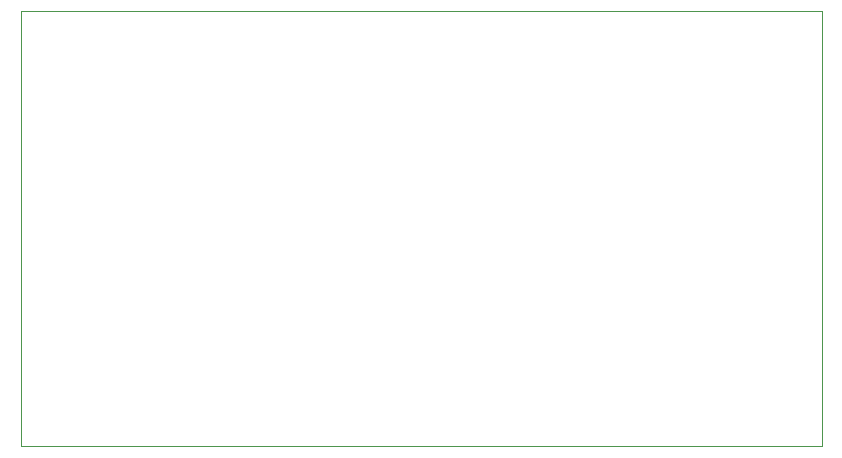
<source format=gbr>
%TF.GenerationSoftware,KiCad,Pcbnew,(6.0.7)*%
%TF.CreationDate,2022-12-20T14:52:23+01:00*%
%TF.ProjectId,bsmce04u-pp_GRBL_mod,62736d63-6530-4347-952d-70705f475242,rev?*%
%TF.SameCoordinates,Original*%
%TF.FileFunction,Glue,Top*%
%TF.FilePolarity,Positive*%
%FSLAX46Y46*%
G04 Gerber Fmt 4.6, Leading zero omitted, Abs format (unit mm)*
G04 Created by KiCad (PCBNEW (6.0.7)) date 2022-12-20 14:52:23*
%MOMM*%
%LPD*%
G01*
G04 APERTURE LIST*
%TA.AperFunction,Profile*%
%ADD10C,0.100000*%
%TD*%
G04 APERTURE END LIST*
D10*
X161544000Y-33020000D02*
X161544000Y-69850000D01*
X93726000Y-69850000D02*
X93726000Y-33020000D01*
X93726000Y-33020000D02*
X161544000Y-33020000D01*
X161544000Y-69850000D02*
X93726000Y-69850000D01*
M02*

</source>
